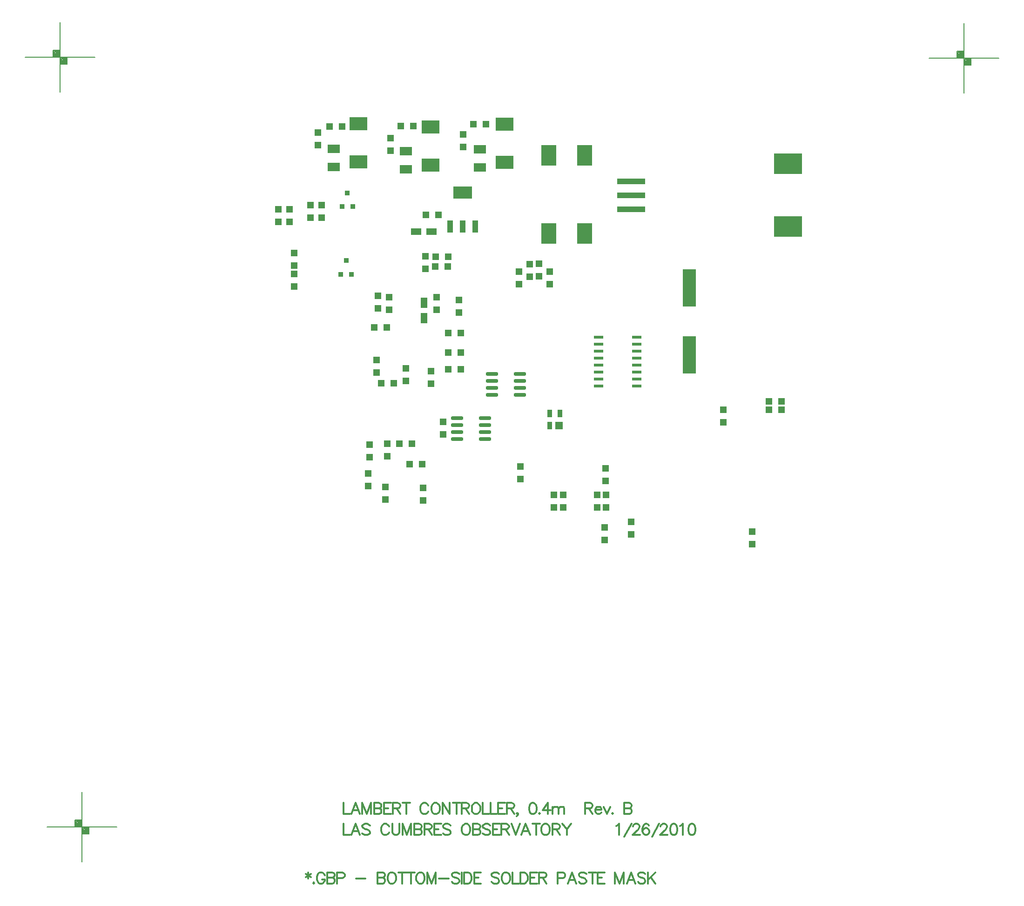
<source format=gbp>
%FSLAX23Y23*%
%MOIN*%
G70*
G01*
G75*
G04 Layer_Color=128*
%ADD10R,0.070X0.135*%
%ADD11R,0.067X0.014*%
%ADD12R,0.050X0.015*%
%ADD13R,0.039X0.059*%
%ADD14R,0.050X0.050*%
%ADD15R,0.035X0.053*%
%ADD16R,0.053X0.053*%
%ADD17R,0.050X0.050*%
%ADD18O,0.087X0.024*%
%ADD19R,0.135X0.070*%
%ADD20R,0.030X0.125*%
%ADD21R,0.078X0.048*%
%ADD22R,0.067X0.040*%
%ADD23R,0.037X0.035*%
%ADD24R,0.037X0.035*%
%ADD25R,0.065X0.012*%
%ADD26R,0.065X0.024*%
%ADD27R,0.075X0.063*%
%ADD28R,0.063X0.106*%
%ADD29R,0.150X0.110*%
%ADD30O,0.028X0.018*%
%ADD31R,0.067X0.067*%
%ADD32R,0.125X0.170*%
%ADD33R,0.110X0.030*%
%ADD34O,0.083X0.012*%
%ADD35O,0.012X0.083*%
%ADD36R,0.138X0.085*%
%ADD37R,0.043X0.085*%
%ADD38R,0.043X0.085*%
%ADD39R,0.047X0.055*%
%ADD40O,0.012X0.071*%
%ADD41O,0.071X0.012*%
%ADD42R,0.075X0.059*%
%ADD43R,0.017X0.017*%
%ADD44R,0.134X0.134*%
%ADD45O,0.010X0.035*%
%ADD46O,0.035X0.010*%
%ADD47C,0.010*%
%ADD48C,0.040*%
%ADD49C,0.075*%
%ADD50C,0.005*%
%ADD51C,0.020*%
%ADD52C,0.012*%
%ADD53C,0.008*%
%ADD54C,0.012*%
%ADD55C,0.012*%
%ADD56C,0.080*%
%ADD57R,0.080X0.080*%
%ADD58C,0.067*%
%ADD59C,0.060*%
%ADD60C,0.020*%
%ADD61C,0.059*%
%ADD62R,0.059X0.059*%
%ADD63C,0.157*%
%ADD64C,0.079*%
%ADD65C,0.087*%
%ADD66R,0.087X0.087*%
%ADD67C,0.250*%
%ADD68R,0.062X0.062*%
%ADD69C,0.062*%
%ADD70C,0.030*%
%ADD71C,0.024*%
%ADD72C,0.028*%
G04:AMPARAMS|DCode=73|XSize=100mil|YSize=100mil|CornerRadius=0mil|HoleSize=0mil|Usage=FLASHONLY|Rotation=0.000|XOffset=0mil|YOffset=0mil|HoleType=Round|Shape=Relief|Width=10mil|Gap=10mil|Entries=4|*
%AMTHD73*
7,0,0,0.100,0.080,0.010,45*
%
%ADD73THD73*%
%ADD74C,0.044*%
%ADD75C,0.059*%
%ADD76C,0.050*%
%ADD77C,0.030*%
%ADD78C,0.055*%
%ADD79C,0.111*%
%ADD80C,0.056*%
%ADD81C,0.147*%
%ADD82C,0.067*%
%ADD83C,0.140*%
%ADD84C,0.055*%
%ADD85C,0.036*%
%ADD86C,0.071*%
%ADD87C,0.130*%
%ADD88C,0.103*%
G04:AMPARAMS|DCode=89|XSize=70mil|YSize=70mil|CornerRadius=0mil|HoleSize=0mil|Usage=FLASHONLY|Rotation=0.000|XOffset=0mil|YOffset=0mil|HoleType=Round|Shape=Relief|Width=10mil|Gap=10mil|Entries=4|*
%AMTHD89*
7,0,0,0.070,0.050,0.010,45*
%
%ADD89THD89*%
%ADD90C,0.033*%
G04:AMPARAMS|DCode=91|XSize=90mil|YSize=90mil|CornerRadius=0mil|HoleSize=0mil|Usage=FLASHONLY|Rotation=0.000|XOffset=0mil|YOffset=0mil|HoleType=Round|Shape=Relief|Width=10mil|Gap=10mil|Entries=4|*
%AMTHD91*
7,0,0,0.090,0.070,0.010,45*
%
%ADD91THD91*%
G04:AMPARAMS|DCode=92|XSize=95.433mil|YSize=95.433mil|CornerRadius=0mil|HoleSize=0mil|Usage=FLASHONLY|Rotation=0.000|XOffset=0mil|YOffset=0mil|HoleType=Round|Shape=Relief|Width=10mil|Gap=10mil|Entries=4|*
%AMTHD92*
7,0,0,0.095,0.075,0.010,45*
%
%ADD92THD92*%
G04:AMPARAMS|DCode=93|XSize=150.551mil|YSize=150.551mil|CornerRadius=0mil|HoleSize=0mil|Usage=FLASHONLY|Rotation=0.000|XOffset=0mil|YOffset=0mil|HoleType=Round|Shape=Relief|Width=10mil|Gap=10mil|Entries=4|*
%AMTHD93*
7,0,0,0.151,0.131,0.010,45*
%
%ADD93THD93*%
G04:AMPARAMS|DCode=94|XSize=96.221mil|YSize=96.221mil|CornerRadius=0mil|HoleSize=0mil|Usage=FLASHONLY|Rotation=0.000|XOffset=0mil|YOffset=0mil|HoleType=Round|Shape=Relief|Width=10mil|Gap=10mil|Entries=4|*
%AMTHD94*
7,0,0,0.096,0.076,0.010,45*
%
%ADD94THD94*%
G04:AMPARAMS|DCode=95|XSize=107.244mil|YSize=107.244mil|CornerRadius=0mil|HoleSize=0mil|Usage=FLASHONLY|Rotation=0.000|XOffset=0mil|YOffset=0mil|HoleType=Round|Shape=Relief|Width=10mil|Gap=10mil|Entries=4|*
%AMTHD95*
7,0,0,0.107,0.087,0.010,45*
%
%ADD95THD95*%
G04:AMPARAMS|DCode=96|XSize=180mil|YSize=180mil|CornerRadius=0mil|HoleSize=0mil|Usage=FLASHONLY|Rotation=0.000|XOffset=0mil|YOffset=0mil|HoleType=Round|Shape=Relief|Width=10mil|Gap=10mil|Entries=4|*
%AMTHD96*
7,0,0,0.180,0.160,0.010,45*
%
%ADD96THD96*%
G04:AMPARAMS|DCode=97|XSize=95mil|YSize=95mil|CornerRadius=0mil|HoleSize=0mil|Usage=FLASHONLY|Rotation=0.000|XOffset=0mil|YOffset=0mil|HoleType=Round|Shape=Relief|Width=10mil|Gap=10mil|Entries=4|*
%AMTHD97*
7,0,0,0.095,0.075,0.010,45*
%
%ADD97THD97*%
G04:AMPARAMS|DCode=98|XSize=75.748mil|YSize=75.748mil|CornerRadius=0mil|HoleSize=0mil|Usage=FLASHONLY|Rotation=0.000|XOffset=0mil|YOffset=0mil|HoleType=Round|Shape=Relief|Width=10mil|Gap=10mil|Entries=4|*
%AMTHD98*
7,0,0,0.076,0.056,0.010,45*
%
%ADD98THD98*%
G04:AMPARAMS|DCode=99|XSize=111.181mil|YSize=111.181mil|CornerRadius=0mil|HoleSize=0mil|Usage=FLASHONLY|Rotation=0.000|XOffset=0mil|YOffset=0mil|HoleType=Round|Shape=Relief|Width=10mil|Gap=10mil|Entries=4|*
%AMTHD99*
7,0,0,0.111,0.091,0.010,45*
%
%ADD99THD99*%
G04:AMPARAMS|DCode=100|XSize=73mil|YSize=73mil|CornerRadius=0mil|HoleSize=0mil|Usage=FLASHONLY|Rotation=0.000|XOffset=0mil|YOffset=0mil|HoleType=Round|Shape=Relief|Width=10mil|Gap=10mil|Entries=4|*
%AMTHD100*
7,0,0,0.073,0.053,0.010,45*
%
%ADD100THD100*%
%ADD101O,0.091X0.028*%
%ADD102R,0.048X0.078*%
%ADD103R,0.200X0.040*%
%ADD104R,0.200X0.150*%
%ADD105R,0.106X0.150*%
%ADD106R,0.086X0.060*%
%ADD107R,0.130X0.094*%
%ADD108R,0.098X0.268*%
%ADD109R,0.035X0.037*%
%ADD110R,0.035X0.037*%
%ADD111C,0.010*%
%ADD112C,0.010*%
%ADD113C,0.007*%
%ADD114C,0.008*%
%ADD115C,0.024*%
%ADD116C,0.012*%
%ADD117C,0.012*%
%ADD118C,0.007*%
%ADD119R,0.280X0.130*%
%ADD120R,0.074X0.139*%
%ADD121R,0.071X0.018*%
%ADD122R,0.054X0.019*%
%ADD123R,0.043X0.063*%
%ADD124R,0.054X0.054*%
%ADD125R,0.039X0.057*%
%ADD126R,0.057X0.057*%
%ADD127R,0.054X0.054*%
%ADD128O,0.091X0.028*%
%ADD129R,0.139X0.074*%
%ADD130R,0.034X0.129*%
%ADD131R,0.082X0.052*%
%ADD132R,0.071X0.044*%
%ADD133R,0.041X0.039*%
%ADD134R,0.041X0.039*%
%ADD135R,0.069X0.016*%
%ADD136R,0.069X0.028*%
%ADD137R,0.079X0.067*%
%ADD138R,0.067X0.110*%
%ADD139R,0.154X0.114*%
%ADD140O,0.032X0.022*%
%ADD141R,0.071X0.071*%
%ADD142R,0.129X0.174*%
%ADD143R,0.114X0.034*%
%ADD144O,0.087X0.016*%
%ADD145O,0.016X0.087*%
%ADD146R,0.142X0.089*%
%ADD147R,0.047X0.089*%
%ADD148R,0.047X0.089*%
%ADD149R,0.051X0.059*%
%ADD150O,0.016X0.075*%
%ADD151O,0.075X0.016*%
%ADD152R,0.079X0.063*%
%ADD153R,0.021X0.021*%
%ADD154R,0.138X0.138*%
%ADD155O,0.014X0.039*%
%ADD156O,0.039X0.014*%
%ADD157C,0.084*%
%ADD158R,0.084X0.084*%
%ADD159C,0.004*%
%ADD160C,0.071*%
%ADD161C,0.064*%
%ADD162C,0.063*%
%ADD163R,0.063X0.063*%
%ADD164C,0.161*%
%ADD165C,0.083*%
%ADD166R,0.004X0.004*%
%ADD167C,0.091*%
%ADD168R,0.091X0.091*%
%ADD169C,0.254*%
%ADD170R,0.066X0.066*%
%ADD171C,0.066*%
%ADD172C,0.034*%
%ADD173C,0.032*%
%ADD174O,0.095X0.032*%
%ADD175R,0.052X0.082*%
%ADD176R,0.204X0.044*%
%ADD177R,0.204X0.154*%
%ADD178R,0.110X0.154*%
%ADD179R,0.090X0.064*%
%ADD180R,0.134X0.098*%
%ADD181R,0.102X0.272*%
%ADD182R,0.039X0.041*%
%ADD183R,0.039X0.041*%
D14*
X20144Y14353D02*
D03*
Y14263D02*
D03*
X20294Y14383D02*
D03*
Y14293D02*
D03*
X21245Y12830D02*
D03*
Y12740D02*
D03*
X21119Y14017D02*
D03*
Y13927D02*
D03*
X20831Y12364D02*
D03*
Y12274D02*
D03*
X20718Y12575D02*
D03*
Y12665D02*
D03*
X21102Y12355D02*
D03*
Y12265D02*
D03*
X20708Y12460D02*
D03*
Y12370D02*
D03*
X20846Y12584D02*
D03*
Y12674D02*
D03*
X20347Y14812D02*
D03*
Y14902D02*
D03*
X21158Y13192D02*
D03*
Y13102D02*
D03*
X20768Y13272D02*
D03*
Y13182D02*
D03*
X20978Y13212D02*
D03*
Y13122D02*
D03*
X21358Y13612D02*
D03*
Y13702D02*
D03*
X21198Y13632D02*
D03*
Y13722D02*
D03*
X20858Y13632D02*
D03*
Y13722D02*
D03*
X20778Y13732D02*
D03*
Y13642D02*
D03*
X20867Y14864D02*
D03*
Y14774D02*
D03*
X21388Y14889D02*
D03*
Y14799D02*
D03*
X20178Y14040D02*
D03*
Y13950D02*
D03*
X20177Y13801D02*
D03*
Y13891D02*
D03*
X22007Y13907D02*
D03*
Y13817D02*
D03*
X21930Y13872D02*
D03*
Y13962D02*
D03*
X21865Y13870D02*
D03*
Y13960D02*
D03*
X20374Y14383D02*
D03*
Y14293D02*
D03*
X20064Y14263D02*
D03*
Y14353D02*
D03*
X21789Y13907D02*
D03*
Y13817D02*
D03*
X23250Y12917D02*
D03*
Y12827D02*
D03*
X22347Y12215D02*
D03*
Y12305D02*
D03*
X22412Y12215D02*
D03*
Y12305D02*
D03*
X22592Y12024D02*
D03*
Y12114D02*
D03*
X22106Y12215D02*
D03*
Y12305D02*
D03*
X22039Y12216D02*
D03*
Y12306D02*
D03*
X23458Y12043D02*
D03*
Y11953D02*
D03*
X22407Y12495D02*
D03*
Y12405D02*
D03*
X21799Y12508D02*
D03*
Y12418D02*
D03*
X22401Y12072D02*
D03*
Y11982D02*
D03*
D15*
X22007Y12802D02*
D03*
Y12889D02*
D03*
X22082D02*
D03*
D16*
X22074Y12802D02*
D03*
D17*
X21280Y14012D02*
D03*
X21190D02*
D03*
X21279Y13943D02*
D03*
X21189D02*
D03*
X21004Y12527D02*
D03*
X21094D02*
D03*
X20931Y12674D02*
D03*
X21021D02*
D03*
X21283Y13467D02*
D03*
X21373D02*
D03*
X21283Y13327D02*
D03*
X21373D02*
D03*
X21283Y13207D02*
D03*
X21373D02*
D03*
X20893Y13107D02*
D03*
X20803D02*
D03*
X20843Y13507D02*
D03*
X20753D02*
D03*
X21211Y14312D02*
D03*
X21121D02*
D03*
X21463Y14962D02*
D03*
X21553D02*
D03*
X20430Y14947D02*
D03*
X20520D02*
D03*
X20942Y14951D02*
D03*
X21032D02*
D03*
X23669Y12977D02*
D03*
X23579D02*
D03*
X23669Y12916D02*
D03*
X23579D02*
D03*
D21*
X21051Y14192D02*
D03*
X21161D02*
D03*
D26*
X22632Y13436D02*
D03*
Y13386D02*
D03*
Y13336D02*
D03*
Y13286D02*
D03*
Y13236D02*
D03*
Y13186D02*
D03*
Y13136D02*
D03*
Y13086D02*
D03*
X22359Y13436D02*
D03*
Y13386D02*
D03*
Y13336D02*
D03*
Y13286D02*
D03*
Y13236D02*
D03*
Y13186D02*
D03*
Y13136D02*
D03*
Y13086D02*
D03*
D36*
X21386Y14474D02*
D03*
D37*
X21295Y14230D02*
D03*
X21476D02*
D03*
D38*
X21386D02*
D03*
D53*
X24726Y15436D02*
X25226D01*
X24976Y15186D02*
Y15686D01*
X24926Y15486D02*
X24926Y15436D01*
X24926Y15486D02*
X24976Y15486D01*
X25026Y15436D02*
X25026Y15386D01*
X24976Y15386D02*
X25026Y15386D01*
X24981Y15431D02*
X25021D01*
Y15391D02*
Y15431D01*
X24981Y15391D02*
X25021D01*
X24981D02*
Y15431D01*
X24986Y15426D02*
X25016D01*
Y15396D02*
Y15426D01*
X24986Y15396D02*
X25016D01*
X24986D02*
Y15421D01*
X24991D02*
X25011D01*
X25011Y15401D01*
X24991Y15401D02*
X25011Y15401D01*
X24991Y15401D02*
Y15416D01*
X24996Y15416D02*
X25006Y15416D01*
Y15406D02*
Y15416D01*
X24996Y15406D02*
X25006D01*
X24996D02*
X24996Y15416D01*
Y15411D02*
X25006D01*
X24931Y15481D02*
X24971D01*
Y15441D02*
Y15481D01*
X24931Y15441D02*
X24971D01*
X24931D02*
Y15481D01*
X24936Y15476D02*
X24966D01*
Y15446D02*
Y15476D01*
X24936Y15446D02*
X24966D01*
X24936D02*
Y15471D01*
X24941D02*
X24961Y15471D01*
Y15451D02*
Y15471D01*
X24941Y15451D02*
X24961D01*
X24941D02*
Y15466D01*
X24946D02*
X24956D01*
X24956Y15456D02*
X24956Y15466D01*
X24946Y15456D02*
X24956Y15456D01*
X24946Y15456D02*
Y15466D01*
Y15461D02*
X24956D01*
X18250Y15444D02*
X18750D01*
X18500Y15194D02*
Y15694D01*
X18450Y15494D02*
X18450Y15444D01*
X18450Y15494D02*
X18500Y15494D01*
X18550Y15444D02*
X18550Y15394D01*
X18500Y15394D02*
X18550Y15394D01*
X18505Y15439D02*
X18545D01*
Y15399D02*
Y15439D01*
X18505Y15399D02*
X18545D01*
X18505D02*
Y15439D01*
X18510Y15434D02*
X18540D01*
Y15404D02*
Y15434D01*
X18510Y15404D02*
X18540D01*
X18510D02*
Y15429D01*
X18515D02*
X18535D01*
X18535Y15409D01*
X18515Y15409D02*
X18535Y15409D01*
X18515Y15409D02*
Y15424D01*
X18520Y15424D02*
X18530Y15424D01*
Y15414D02*
Y15424D01*
X18520Y15414D02*
X18530D01*
X18520D02*
X18520Y15424D01*
Y15419D02*
X18530D01*
X18455Y15489D02*
X18495D01*
Y15449D02*
Y15489D01*
X18455Y15449D02*
X18495D01*
X18455D02*
Y15489D01*
X18460Y15484D02*
X18490D01*
Y15454D02*
Y15484D01*
X18460Y15454D02*
X18490D01*
X18460D02*
Y15479D01*
X18465D02*
X18485Y15479D01*
Y15459D02*
Y15479D01*
X18465Y15459D02*
X18485D01*
X18465D02*
Y15474D01*
X18470D02*
X18480D01*
X18480Y15464D02*
X18480Y15474D01*
X18470Y15464D02*
X18480Y15464D01*
X18470Y15464D02*
Y15474D01*
Y15469D02*
X18480D01*
X18407Y9927D02*
X18907D01*
X18657Y9677D02*
Y10177D01*
X18607Y9977D02*
X18607Y9927D01*
X18607Y9977D02*
X18657Y9977D01*
X18707Y9927D02*
X18707Y9877D01*
X18657Y9877D02*
X18707Y9877D01*
X18662Y9922D02*
X18702D01*
Y9882D02*
Y9922D01*
X18662Y9882D02*
X18702D01*
X18662D02*
Y9922D01*
X18667Y9917D02*
X18697D01*
Y9887D02*
Y9917D01*
X18667Y9887D02*
X18697D01*
X18667D02*
Y9912D01*
X18672D02*
X18692D01*
X18692Y9892D01*
X18672Y9892D02*
X18692Y9892D01*
X18672Y9892D02*
Y9907D01*
X18677Y9907D02*
X18687Y9907D01*
Y9897D02*
Y9907D01*
X18677Y9897D02*
X18687D01*
X18677D02*
X18677Y9907D01*
Y9902D02*
X18687D01*
X18612Y9972D02*
X18652D01*
Y9932D02*
Y9972D01*
X18612Y9932D02*
X18652D01*
X18612D02*
Y9972D01*
X18617Y9967D02*
X18647D01*
Y9937D02*
Y9967D01*
X18617Y9937D02*
X18647D01*
X18617D02*
Y9962D01*
X18622D02*
X18642Y9962D01*
Y9942D02*
Y9962D01*
X18622Y9942D02*
X18642D01*
X18622D02*
Y9957D01*
X18627D02*
X18637D01*
X18637Y9947D02*
X18637Y9957D01*
X18627Y9947D02*
X18637Y9947D01*
X18627Y9947D02*
Y9957D01*
Y9952D02*
X18637D01*
D54*
X20532Y9948D02*
Y9868D01*
X20578D01*
X20648D02*
X20617Y9948D01*
X20587Y9868D01*
X20598Y9895D02*
X20636D01*
X20720Y9937D02*
X20712Y9944D01*
X20700Y9948D01*
X20685D01*
X20674Y9944D01*
X20666Y9937D01*
Y9929D01*
X20670Y9921D01*
X20674Y9918D01*
X20681Y9914D01*
X20704Y9906D01*
X20712Y9902D01*
X20716Y9899D01*
X20720Y9891D01*
Y9879D01*
X20712Y9872D01*
X20700Y9868D01*
X20685D01*
X20674Y9872D01*
X20666Y9879D01*
X20857Y9929D02*
X20854Y9937D01*
X20846Y9944D01*
X20838Y9948D01*
X20823D01*
X20816Y9944D01*
X20808Y9937D01*
X20804Y9929D01*
X20800Y9918D01*
Y9899D01*
X20804Y9887D01*
X20808Y9879D01*
X20816Y9872D01*
X20823Y9868D01*
X20838D01*
X20846Y9872D01*
X20854Y9879D01*
X20857Y9887D01*
X20880Y9948D02*
Y9891D01*
X20884Y9879D01*
X20891Y9872D01*
X20903Y9868D01*
X20910D01*
X20922Y9872D01*
X20929Y9879D01*
X20933Y9891D01*
Y9948D01*
X20955D02*
Y9868D01*
Y9948D02*
X20986Y9868D01*
X21016Y9948D02*
X20986Y9868D01*
X21016Y9948D02*
Y9868D01*
X21039Y9948D02*
Y9868D01*
Y9948D02*
X21073D01*
X21085Y9944D01*
X21089Y9940D01*
X21092Y9933D01*
Y9925D01*
X21089Y9918D01*
X21085Y9914D01*
X21073Y9910D01*
X21039D02*
X21073D01*
X21085Y9906D01*
X21089Y9902D01*
X21092Y9895D01*
Y9883D01*
X21089Y9876D01*
X21085Y9872D01*
X21073Y9868D01*
X21039D01*
X21110Y9948D02*
Y9868D01*
Y9948D02*
X21145D01*
X21156Y9944D01*
X21160Y9940D01*
X21164Y9933D01*
Y9925D01*
X21160Y9918D01*
X21156Y9914D01*
X21145Y9910D01*
X21110D01*
X21137D02*
X21164Y9868D01*
X21231Y9948D02*
X21182D01*
Y9868D01*
X21231D01*
X21182Y9910D02*
X21212D01*
X21298Y9937D02*
X21290Y9944D01*
X21279Y9948D01*
X21263D01*
X21252Y9944D01*
X21244Y9937D01*
Y9929D01*
X21248Y9921D01*
X21252Y9918D01*
X21260Y9914D01*
X21282Y9906D01*
X21290Y9902D01*
X21294Y9899D01*
X21298Y9891D01*
Y9879D01*
X21290Y9872D01*
X21279Y9868D01*
X21263D01*
X21252Y9872D01*
X21244Y9879D01*
X21401Y9948D02*
X21394Y9944D01*
X21386Y9937D01*
X21382Y9929D01*
X21378Y9918D01*
Y9899D01*
X21382Y9887D01*
X21386Y9879D01*
X21394Y9872D01*
X21401Y9868D01*
X21417D01*
X21424Y9872D01*
X21432Y9879D01*
X21436Y9887D01*
X21439Y9899D01*
Y9918D01*
X21436Y9929D01*
X21432Y9937D01*
X21424Y9944D01*
X21417Y9948D01*
X21401D01*
X21458D02*
Y9868D01*
Y9948D02*
X21492D01*
X21504Y9944D01*
X21508Y9940D01*
X21511Y9933D01*
Y9925D01*
X21508Y9918D01*
X21504Y9914D01*
X21492Y9910D01*
X21458D02*
X21492D01*
X21504Y9906D01*
X21508Y9902D01*
X21511Y9895D01*
Y9883D01*
X21508Y9876D01*
X21504Y9872D01*
X21492Y9868D01*
X21458D01*
X21583Y9937D02*
X21575Y9944D01*
X21564Y9948D01*
X21548D01*
X21537Y9944D01*
X21529Y9937D01*
Y9929D01*
X21533Y9921D01*
X21537Y9918D01*
X21544Y9914D01*
X21567Y9906D01*
X21575Y9902D01*
X21579Y9899D01*
X21583Y9891D01*
Y9879D01*
X21575Y9872D01*
X21564Y9868D01*
X21548D01*
X21537Y9872D01*
X21529Y9879D01*
X21650Y9948D02*
X21600D01*
Y9868D01*
X21650D01*
X21600Y9910D02*
X21631D01*
X21663Y9948D02*
Y9868D01*
Y9948D02*
X21698D01*
X21709Y9944D01*
X21713Y9940D01*
X21717Y9933D01*
Y9925D01*
X21713Y9918D01*
X21709Y9914D01*
X21698Y9910D01*
X21663D01*
X21690D02*
X21717Y9868D01*
X21735Y9948D02*
X21765Y9868D01*
X21795Y9948D02*
X21765Y9868D01*
X21867D02*
X21836Y9948D01*
X21806Y9868D01*
X21817Y9895D02*
X21855D01*
X21912Y9948D02*
Y9868D01*
X21885Y9948D02*
X21939D01*
X21971D02*
X21963Y9944D01*
X21956Y9937D01*
X21952Y9929D01*
X21948Y9918D01*
Y9899D01*
X21952Y9887D01*
X21956Y9879D01*
X21963Y9872D01*
X21971Y9868D01*
X21986D01*
X21994Y9872D01*
X22002Y9879D01*
X22005Y9887D01*
X22009Y9899D01*
Y9918D01*
X22005Y9929D01*
X22002Y9937D01*
X21994Y9944D01*
X21986Y9948D01*
X21971D01*
X22028D02*
Y9868D01*
Y9948D02*
X22062D01*
X22074Y9944D01*
X22077Y9940D01*
X22081Y9933D01*
Y9925D01*
X22077Y9918D01*
X22074Y9914D01*
X22062Y9910D01*
X22028D01*
X22054D02*
X22081Y9868D01*
X22099Y9948D02*
X22130Y9910D01*
Y9868D01*
X22160Y9948D02*
X22130Y9910D01*
X22484Y9933D02*
X22492Y9937D01*
X22504Y9948D01*
Y9868D01*
X22543Y9857D02*
X22596Y9948D01*
X22606Y9929D02*
Y9933D01*
X22609Y9940D01*
X22613Y9944D01*
X22621Y9948D01*
X22636D01*
X22644Y9944D01*
X22647Y9940D01*
X22651Y9933D01*
Y9925D01*
X22647Y9918D01*
X22640Y9906D01*
X22602Y9868D01*
X22655D01*
X22719Y9937D02*
X22715Y9944D01*
X22703Y9948D01*
X22696D01*
X22684Y9944D01*
X22677Y9933D01*
X22673Y9914D01*
Y9895D01*
X22677Y9879D01*
X22684Y9872D01*
X22696Y9868D01*
X22700D01*
X22711Y9872D01*
X22719Y9879D01*
X22723Y9891D01*
Y9895D01*
X22719Y9906D01*
X22711Y9914D01*
X22700Y9918D01*
X22696D01*
X22684Y9914D01*
X22677Y9906D01*
X22673Y9895D01*
X22740Y9857D02*
X22793Y9948D01*
X22803Y9929D02*
Y9933D01*
X22806Y9940D01*
X22810Y9944D01*
X22818Y9948D01*
X22833D01*
X22841Y9944D01*
X22844Y9940D01*
X22848Y9933D01*
Y9925D01*
X22844Y9918D01*
X22837Y9906D01*
X22799Y9868D01*
X22852D01*
X22893Y9948D02*
X22881Y9944D01*
X22874Y9933D01*
X22870Y9914D01*
Y9902D01*
X22874Y9883D01*
X22881Y9872D01*
X22893Y9868D01*
X22900D01*
X22912Y9872D01*
X22919Y9883D01*
X22923Y9902D01*
Y9914D01*
X22919Y9933D01*
X22912Y9944D01*
X22900Y9948D01*
X22893D01*
X22941Y9933D02*
X22949Y9937D01*
X22960Y9948D01*
Y9868D01*
X23023Y9948D02*
X23011Y9944D01*
X23004Y9933D01*
X23000Y9914D01*
Y9902D01*
X23004Y9883D01*
X23011Y9872D01*
X23023Y9868D01*
X23030D01*
X23042Y9872D01*
X23049Y9883D01*
X23053Y9902D01*
Y9914D01*
X23049Y9933D01*
X23042Y9944D01*
X23030Y9948D01*
X23023D01*
D55*
X20279Y9600D02*
Y9555D01*
X20260Y9589D02*
X20298Y9566D01*
Y9589D02*
X20260Y9566D01*
X20318Y9528D02*
X20315Y9524D01*
X20318Y9520D01*
X20322Y9524D01*
X20318Y9528D01*
X20397Y9581D02*
X20393Y9589D01*
X20385Y9597D01*
X20378Y9600D01*
X20363D01*
X20355Y9597D01*
X20347Y9589D01*
X20344Y9581D01*
X20340Y9570D01*
Y9551D01*
X20344Y9539D01*
X20347Y9532D01*
X20355Y9524D01*
X20363Y9520D01*
X20378D01*
X20385Y9524D01*
X20393Y9532D01*
X20397Y9539D01*
Y9551D01*
X20378D02*
X20397D01*
X20415Y9600D02*
Y9520D01*
Y9600D02*
X20449D01*
X20461Y9597D01*
X20465Y9593D01*
X20468Y9585D01*
Y9578D01*
X20465Y9570D01*
X20461Y9566D01*
X20449Y9562D01*
X20415D02*
X20449D01*
X20461Y9559D01*
X20465Y9555D01*
X20468Y9547D01*
Y9536D01*
X20465Y9528D01*
X20461Y9524D01*
X20449Y9520D01*
X20415D01*
X20486Y9559D02*
X20521D01*
X20532Y9562D01*
X20536Y9566D01*
X20540Y9574D01*
Y9585D01*
X20536Y9593D01*
X20532Y9597D01*
X20521Y9600D01*
X20486D01*
Y9520D01*
X20620Y9555D02*
X20689D01*
X20775Y9600D02*
Y9520D01*
Y9600D02*
X20810D01*
X20821Y9597D01*
X20825Y9593D01*
X20829Y9585D01*
Y9578D01*
X20825Y9570D01*
X20821Y9566D01*
X20810Y9562D01*
X20775D02*
X20810D01*
X20821Y9559D01*
X20825Y9555D01*
X20829Y9547D01*
Y9536D01*
X20825Y9528D01*
X20821Y9524D01*
X20810Y9520D01*
X20775D01*
X20869Y9600D02*
X20862Y9597D01*
X20854Y9589D01*
X20850Y9581D01*
X20847Y9570D01*
Y9551D01*
X20850Y9539D01*
X20854Y9532D01*
X20862Y9524D01*
X20869Y9520D01*
X20885D01*
X20892Y9524D01*
X20900Y9532D01*
X20904Y9539D01*
X20908Y9551D01*
Y9570D01*
X20904Y9581D01*
X20900Y9589D01*
X20892Y9597D01*
X20885Y9600D01*
X20869D01*
X20953D02*
Y9520D01*
X20926Y9600D02*
X20980D01*
X21016D02*
Y9520D01*
X20989Y9600D02*
X21042D01*
X21075D02*
X21067Y9597D01*
X21060Y9589D01*
X21056Y9581D01*
X21052Y9570D01*
Y9551D01*
X21056Y9539D01*
X21060Y9532D01*
X21067Y9524D01*
X21075Y9520D01*
X21090D01*
X21098Y9524D01*
X21105Y9532D01*
X21109Y9539D01*
X21113Y9551D01*
Y9570D01*
X21109Y9581D01*
X21105Y9589D01*
X21098Y9597D01*
X21090Y9600D01*
X21075D01*
X21132D02*
Y9520D01*
Y9600D02*
X21162Y9520D01*
X21192Y9600D02*
X21162Y9520D01*
X21192Y9600D02*
Y9520D01*
X21215Y9555D02*
X21284D01*
X21361Y9589D02*
X21353Y9597D01*
X21342Y9600D01*
X21327D01*
X21315Y9597D01*
X21307Y9589D01*
Y9581D01*
X21311Y9574D01*
X21315Y9570D01*
X21323Y9566D01*
X21346Y9559D01*
X21353Y9555D01*
X21357Y9551D01*
X21361Y9543D01*
Y9532D01*
X21353Y9524D01*
X21342Y9520D01*
X21327D01*
X21315Y9524D01*
X21307Y9532D01*
X21379Y9600D02*
Y9520D01*
X21395Y9600D02*
Y9520D01*
Y9600D02*
X21422D01*
X21434Y9597D01*
X21441Y9589D01*
X21445Y9581D01*
X21449Y9570D01*
Y9551D01*
X21445Y9539D01*
X21441Y9532D01*
X21434Y9524D01*
X21422Y9520D01*
X21395D01*
X21516Y9600D02*
X21467D01*
Y9520D01*
X21516D01*
X21467Y9562D02*
X21497D01*
X21646Y9589D02*
X21638Y9597D01*
X21627Y9600D01*
X21611D01*
X21600Y9597D01*
X21592Y9589D01*
Y9581D01*
X21596Y9574D01*
X21600Y9570D01*
X21608Y9566D01*
X21630Y9559D01*
X21638Y9555D01*
X21642Y9551D01*
X21646Y9543D01*
Y9532D01*
X21638Y9524D01*
X21627Y9520D01*
X21611D01*
X21600Y9524D01*
X21592Y9532D01*
X21686Y9600D02*
X21679Y9597D01*
X21671Y9589D01*
X21667Y9581D01*
X21664Y9570D01*
Y9551D01*
X21667Y9539D01*
X21671Y9532D01*
X21679Y9524D01*
X21686Y9520D01*
X21702D01*
X21709Y9524D01*
X21717Y9532D01*
X21721Y9539D01*
X21725Y9551D01*
Y9570D01*
X21721Y9581D01*
X21717Y9589D01*
X21709Y9597D01*
X21702Y9600D01*
X21686D01*
X21743D02*
Y9520D01*
X21789D01*
X21798Y9600D02*
Y9520D01*
Y9600D02*
X21824D01*
X21836Y9597D01*
X21843Y9589D01*
X21847Y9581D01*
X21851Y9570D01*
Y9551D01*
X21847Y9539D01*
X21843Y9532D01*
X21836Y9524D01*
X21824Y9520D01*
X21798D01*
X21918Y9600D02*
X21869D01*
Y9520D01*
X21918D01*
X21869Y9562D02*
X21899D01*
X21932Y9600D02*
Y9520D01*
Y9600D02*
X21966D01*
X21977Y9597D01*
X21981Y9593D01*
X21985Y9585D01*
Y9578D01*
X21981Y9570D01*
X21977Y9566D01*
X21966Y9562D01*
X21932D01*
X21958D02*
X21985Y9520D01*
X22066Y9559D02*
X22100D01*
X22112Y9562D01*
X22115Y9566D01*
X22119Y9574D01*
Y9585D01*
X22115Y9593D01*
X22112Y9597D01*
X22100Y9600D01*
X22066D01*
Y9520D01*
X22198D02*
X22167Y9600D01*
X22137Y9520D01*
X22148Y9547D02*
X22187D01*
X22270Y9589D02*
X22262Y9597D01*
X22251Y9600D01*
X22236D01*
X22224Y9597D01*
X22217Y9589D01*
Y9581D01*
X22220Y9574D01*
X22224Y9570D01*
X22232Y9566D01*
X22255Y9559D01*
X22262Y9555D01*
X22266Y9551D01*
X22270Y9543D01*
Y9532D01*
X22262Y9524D01*
X22251Y9520D01*
X22236D01*
X22224Y9524D01*
X22217Y9532D01*
X22315Y9600D02*
Y9520D01*
X22288Y9600D02*
X22341D01*
X22400D02*
X22351D01*
Y9520D01*
X22400D01*
X22351Y9562D02*
X22381D01*
X22476Y9600D02*
Y9520D01*
Y9600D02*
X22507Y9520D01*
X22537Y9600D02*
X22507Y9520D01*
X22537Y9600D02*
Y9520D01*
X22621D02*
X22591Y9600D01*
X22560Y9520D01*
X22572Y9547D02*
X22610D01*
X22693Y9589D02*
X22685Y9597D01*
X22674Y9600D01*
X22659D01*
X22647Y9597D01*
X22640Y9589D01*
Y9581D01*
X22644Y9574D01*
X22647Y9570D01*
X22655Y9566D01*
X22678Y9559D01*
X22685Y9555D01*
X22689Y9551D01*
X22693Y9543D01*
Y9532D01*
X22685Y9524D01*
X22674Y9520D01*
X22659D01*
X22647Y9524D01*
X22640Y9532D01*
X22711Y9600D02*
Y9520D01*
X22764Y9600D02*
X22711Y9547D01*
X22730Y9566D02*
X22764Y9520D01*
X20532Y10098D02*
Y10018D01*
X20578D01*
X20648D02*
X20617Y10098D01*
X20587Y10018D01*
X20598Y10045D02*
X20636D01*
X20666Y10098D02*
Y10018D01*
Y10098D02*
X20697Y10018D01*
X20727Y10098D02*
X20697Y10018D01*
X20727Y10098D02*
Y10018D01*
X20750Y10098D02*
Y10018D01*
Y10098D02*
X20784D01*
X20796Y10094D01*
X20800Y10090D01*
X20803Y10083D01*
Y10075D01*
X20800Y10068D01*
X20796Y10064D01*
X20784Y10060D01*
X20750D02*
X20784D01*
X20796Y10056D01*
X20800Y10052D01*
X20803Y10045D01*
Y10033D01*
X20800Y10026D01*
X20796Y10022D01*
X20784Y10018D01*
X20750D01*
X20871Y10098D02*
X20821D01*
Y10018D01*
X20871D01*
X20821Y10060D02*
X20852D01*
X20884Y10098D02*
Y10018D01*
Y10098D02*
X20918D01*
X20930Y10094D01*
X20934Y10090D01*
X20937Y10083D01*
Y10075D01*
X20934Y10068D01*
X20930Y10064D01*
X20918Y10060D01*
X20884D01*
X20911D02*
X20937Y10018D01*
X20982Y10098D02*
Y10018D01*
X20955Y10098D02*
X21009D01*
X21138Y10079D02*
X21134Y10087D01*
X21127Y10094D01*
X21119Y10098D01*
X21104D01*
X21096Y10094D01*
X21089Y10087D01*
X21085Y10079D01*
X21081Y10068D01*
Y10049D01*
X21085Y10037D01*
X21089Y10029D01*
X21096Y10022D01*
X21104Y10018D01*
X21119D01*
X21127Y10022D01*
X21134Y10029D01*
X21138Y10037D01*
X21183Y10098D02*
X21176Y10094D01*
X21168Y10087D01*
X21164Y10079D01*
X21161Y10068D01*
Y10049D01*
X21164Y10037D01*
X21168Y10029D01*
X21176Y10022D01*
X21183Y10018D01*
X21199D01*
X21206Y10022D01*
X21214Y10029D01*
X21218Y10037D01*
X21222Y10049D01*
Y10068D01*
X21218Y10079D01*
X21214Y10087D01*
X21206Y10094D01*
X21199Y10098D01*
X21183D01*
X21240D02*
Y10018D01*
Y10098D02*
X21293Y10018D01*
Y10098D02*
Y10018D01*
X21342Y10098D02*
Y10018D01*
X21316Y10098D02*
X21369D01*
X21378D02*
Y10018D01*
Y10098D02*
X21413D01*
X21424Y10094D01*
X21428Y10090D01*
X21432Y10083D01*
Y10075D01*
X21428Y10068D01*
X21424Y10064D01*
X21413Y10060D01*
X21378D01*
X21405D02*
X21432Y10018D01*
X21473Y10098D02*
X21465Y10094D01*
X21457Y10087D01*
X21453Y10079D01*
X21450Y10068D01*
Y10049D01*
X21453Y10037D01*
X21457Y10029D01*
X21465Y10022D01*
X21473Y10018D01*
X21488D01*
X21495Y10022D01*
X21503Y10029D01*
X21507Y10037D01*
X21511Y10049D01*
Y10068D01*
X21507Y10079D01*
X21503Y10087D01*
X21495Y10094D01*
X21488Y10098D01*
X21473D01*
X21529D02*
Y10018D01*
X21575D01*
X21584Y10098D02*
Y10018D01*
X21629D01*
X21688Y10098D02*
X21638D01*
Y10018D01*
X21688D01*
X21638Y10060D02*
X21669D01*
X21701Y10098D02*
Y10018D01*
Y10098D02*
X21735D01*
X21747Y10094D01*
X21751Y10090D01*
X21754Y10083D01*
Y10075D01*
X21751Y10068D01*
X21747Y10064D01*
X21735Y10060D01*
X21701D01*
X21728D02*
X21754Y10018D01*
X21780Y10022D02*
X21776Y10018D01*
X21772Y10022D01*
X21776Y10026D01*
X21780Y10022D01*
Y10014D01*
X21776Y10007D01*
X21772Y10003D01*
X21883Y10098D02*
X21872Y10094D01*
X21864Y10083D01*
X21860Y10064D01*
Y10052D01*
X21864Y10033D01*
X21872Y10022D01*
X21883Y10018D01*
X21891D01*
X21902Y10022D01*
X21910Y10033D01*
X21914Y10052D01*
Y10064D01*
X21910Y10083D01*
X21902Y10094D01*
X21891Y10098D01*
X21883D01*
X21935Y10026D02*
X21931Y10022D01*
X21935Y10018D01*
X21939Y10022D01*
X21935Y10026D01*
X21995Y10098D02*
X21957Y10045D01*
X22014D01*
X21995Y10098D02*
Y10018D01*
X22028Y10071D02*
Y10018D01*
Y10056D02*
X22039Y10068D01*
X22047Y10071D01*
X22058D01*
X22066Y10068D01*
X22070Y10056D01*
Y10018D01*
Y10056D02*
X22081Y10068D01*
X22089Y10071D01*
X22100D01*
X22108Y10068D01*
X22112Y10056D01*
Y10018D01*
X22262Y10098D02*
Y10018D01*
Y10098D02*
X22297D01*
X22308Y10094D01*
X22312Y10090D01*
X22316Y10083D01*
Y10075D01*
X22312Y10068D01*
X22308Y10064D01*
X22297Y10060D01*
X22262D01*
X22289D02*
X22316Y10018D01*
X22334Y10049D02*
X22379D01*
Y10056D01*
X22376Y10064D01*
X22372Y10068D01*
X22364Y10071D01*
X22353D01*
X22345Y10068D01*
X22337Y10060D01*
X22334Y10049D01*
Y10041D01*
X22337Y10029D01*
X22345Y10022D01*
X22353Y10018D01*
X22364D01*
X22372Y10022D01*
X22379Y10029D01*
X22396Y10071D02*
X22419Y10018D01*
X22442Y10071D02*
X22419Y10018D01*
X22459Y10026D02*
X22455Y10022D01*
X22459Y10018D01*
X22463Y10022D01*
X22459Y10026D01*
X22543Y10098D02*
Y10018D01*
Y10098D02*
X22577D01*
X22589Y10094D01*
X22593Y10090D01*
X22596Y10083D01*
Y10075D01*
X22593Y10068D01*
X22589Y10064D01*
X22577Y10060D01*
X22543D02*
X22577D01*
X22589Y10056D01*
X22593Y10052D01*
X22596Y10045D01*
Y10033D01*
X22593Y10026D01*
X22589Y10022D01*
X22577Y10018D01*
X22543D01*
D101*
X21545Y12855D02*
D03*
Y12805D02*
D03*
Y12755D02*
D03*
Y12705D02*
D03*
X21345Y12855D02*
D03*
Y12805D02*
D03*
Y12755D02*
D03*
Y12705D02*
D03*
X21794Y13172D02*
D03*
Y13122D02*
D03*
Y13072D02*
D03*
Y13022D02*
D03*
X21594Y13172D02*
D03*
Y13122D02*
D03*
Y13072D02*
D03*
Y13022D02*
D03*
D102*
X21108Y13572D02*
D03*
Y13682D02*
D03*
D103*
X22590Y14554D02*
D03*
Y14454D02*
D03*
Y14354D02*
D03*
D104*
X23715Y14229D02*
D03*
Y14679D02*
D03*
D105*
X22258Y14181D02*
D03*
X22002D02*
D03*
Y14741D02*
D03*
X22258D02*
D03*
D106*
X20461Y14786D02*
D03*
Y14656D02*
D03*
X20978Y14638D02*
D03*
Y14768D02*
D03*
X21508Y14652D02*
D03*
Y14782D02*
D03*
D107*
X20639Y14692D02*
D03*
Y14965D02*
D03*
X21685Y14964D02*
D03*
Y14691D02*
D03*
X21154Y14942D02*
D03*
Y14669D02*
D03*
D108*
X23008Y13311D02*
D03*
Y13791D02*
D03*
D109*
X20597Y14372D02*
D03*
X20559Y14471D02*
D03*
X20588Y13886D02*
D03*
X20550Y13985D02*
D03*
D110*
X20522Y14372D02*
D03*
X20513Y13886D02*
D03*
M02*

</source>
